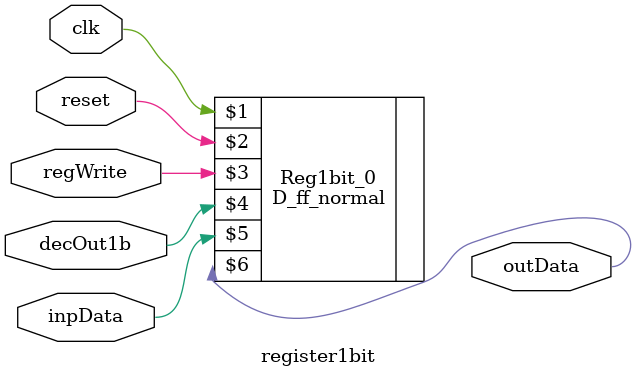
<source format=v>
module register1bit(input clk, input reset, input regWrite, input decOut1b, input inpData, output outData);
	
	D_ff_normal Reg1bit_0(clk, reset, regWrite, decOut1b, inpData, outData);

endmodule

</source>
